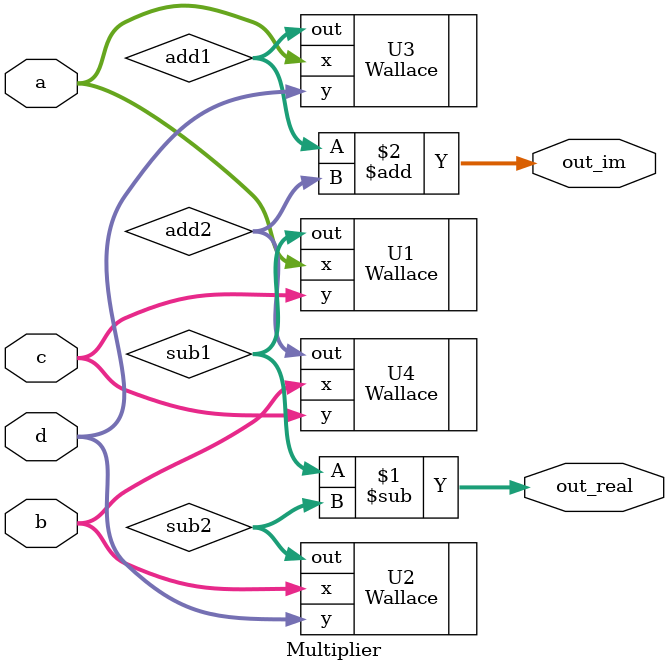
<source format=v>

module Multiplier(a,b,c,d,out_real,out_im);
 
input[3:0]a,b,c,d;
 
output[8:0]out_real,out_im;
 
wire[7:0]sub1,sub2,add1,add2;
 
Wallace U1(.x(a),.y(c),.out(sub1));
Wallace U2(.x(b),.y(d),.out(sub2));
Wallace U3(.x(a),.y(d),.out(add1));
Wallace U4(.x(b),.y(c),.out(add2));

assign out_real=sub1-sub2; 
assign out_im=add1+add2;
 
endmodule

</source>
